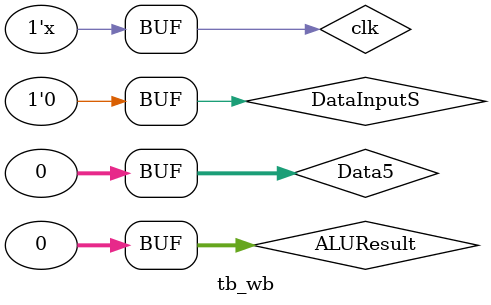
<source format=sv>
`timescale 1 ps/ 1 ps
module tb_wb();

						
logic DataInputS, clk;
logic [31:0] Data5, ALUResult;
logic [31:0] DataInput;

WB wbp(DataInputS,Data5, ALUResult,DataInput);

						
initial begin 
	clk =0;
	DataInputS = 1'd0;
	Data5 = 32'd3;
	ALUResult = 32'd5;
	#5; 
	DataInputS = 1'd1;
	Data5 = 32'd3;
	ALUResult = 32'd5;
	#5; 
	DataInputS = 1'd0;
	Data5 = 32'd0;
	ALUResult = 32'd0;

end
always 
	#5 clk <= !clk;

endmodule
</source>
